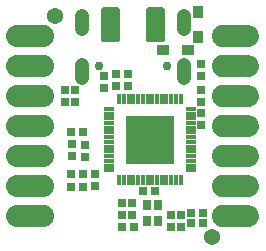
<source format=gbr>
G04 EAGLE Gerber RS-274X export*
G75*
%MOMM*%
%FSLAX34Y34*%
%LPD*%
%INSoldermask Bottom*%
%IPPOS*%
%AMOC8*
5,1,8,0,0,1.08239X$1,22.5*%
G01*
%ADD10R,0.701600X0.701600*%
%ADD11C,1.209600*%
%ADD12C,0.751600*%
%ADD13C,1.879600*%
%ADD14C,1.879600*%
%ADD15R,1.001600X0.901600*%
%ADD16C,1.371600*%
%ADD17R,0.801600X0.851600*%
%ADD18C,0.228606*%
%ADD19R,0.901600X1.001600*%
%ADD20R,0.911400X0.321600*%
%ADD21R,0.321600X0.911400*%
%ADD22R,4.101600X4.101600*%

G36*
X-33214Y166735D02*
X-33214Y166735D01*
X-33185Y166733D01*
X-32668Y166801D01*
X-32632Y166815D01*
X-32572Y166827D01*
X-32090Y167027D01*
X-32059Y167049D01*
X-32004Y167076D01*
X-31589Y167394D01*
X-31565Y167423D01*
X-31519Y167464D01*
X-31384Y167640D01*
X-31201Y167879D01*
X-31186Y167913D01*
X-31152Y167965D01*
X-30952Y168447D01*
X-30946Y168484D01*
X-30926Y168543D01*
X-30858Y169060D01*
X-30860Y169082D01*
X-30855Y169110D01*
X-30855Y194110D01*
X-30860Y194131D01*
X-30858Y194160D01*
X-30926Y194677D01*
X-30940Y194713D01*
X-30952Y194773D01*
X-31152Y195256D01*
X-31174Y195286D01*
X-31201Y195341D01*
X-31519Y195756D01*
X-31548Y195780D01*
X-31589Y195826D01*
X-32004Y196144D01*
X-32038Y196159D01*
X-32090Y196193D01*
X-32572Y196393D01*
X-32609Y196399D01*
X-32668Y196419D01*
X-33185Y196487D01*
X-33207Y196485D01*
X-33235Y196490D01*
X-44235Y196490D01*
X-44256Y196485D01*
X-44285Y196487D01*
X-44802Y196419D01*
X-44838Y196405D01*
X-44898Y196393D01*
X-45381Y196193D01*
X-45411Y196171D01*
X-45466Y196144D01*
X-45881Y195826D01*
X-45905Y195797D01*
X-45951Y195756D01*
X-46163Y195479D01*
X-46269Y195341D01*
X-46284Y195307D01*
X-46318Y195256D01*
X-46518Y194773D01*
X-46524Y194736D01*
X-46544Y194677D01*
X-46612Y194160D01*
X-46610Y194138D01*
X-46615Y194110D01*
X-46615Y169110D01*
X-46610Y169089D01*
X-46612Y169060D01*
X-46544Y168543D01*
X-46530Y168507D01*
X-46518Y168447D01*
X-46318Y167965D01*
X-46296Y167934D01*
X-46269Y167879D01*
X-45951Y167464D01*
X-45922Y167440D01*
X-45881Y167394D01*
X-45466Y167076D01*
X-45432Y167061D01*
X-45381Y167027D01*
X-44898Y166827D01*
X-44861Y166821D01*
X-44802Y166801D01*
X-44285Y166733D01*
X-44263Y166735D01*
X-44235Y166730D01*
X-33235Y166730D01*
X-33214Y166735D01*
G37*
G36*
X4886Y166735D02*
X4886Y166735D01*
X4915Y166733D01*
X5432Y166801D01*
X5468Y166815D01*
X5528Y166827D01*
X6011Y167027D01*
X6041Y167049D01*
X6096Y167076D01*
X6511Y167394D01*
X6535Y167423D01*
X6581Y167464D01*
X6716Y167640D01*
X6899Y167879D01*
X6914Y167913D01*
X6948Y167965D01*
X7148Y168447D01*
X7154Y168484D01*
X7174Y168543D01*
X7242Y169060D01*
X7240Y169082D01*
X7245Y169110D01*
X7245Y194110D01*
X7240Y194131D01*
X7242Y194160D01*
X7174Y194677D01*
X7160Y194713D01*
X7148Y194773D01*
X6948Y195256D01*
X6926Y195286D01*
X6899Y195341D01*
X6581Y195756D01*
X6552Y195780D01*
X6511Y195826D01*
X6096Y196144D01*
X6062Y196159D01*
X6011Y196193D01*
X5528Y196393D01*
X5491Y196399D01*
X5432Y196419D01*
X4915Y196487D01*
X4893Y196485D01*
X4865Y196490D01*
X-6135Y196490D01*
X-6156Y196485D01*
X-6185Y196487D01*
X-6702Y196419D01*
X-6738Y196405D01*
X-6798Y196393D01*
X-7281Y196193D01*
X-7311Y196171D01*
X-7366Y196144D01*
X-7781Y195826D01*
X-7805Y195797D01*
X-7851Y195756D01*
X-8063Y195479D01*
X-8169Y195341D01*
X-8184Y195307D01*
X-8218Y195256D01*
X-8418Y194773D01*
X-8424Y194736D01*
X-8444Y194677D01*
X-8512Y194160D01*
X-8510Y194138D01*
X-8515Y194110D01*
X-8515Y169110D01*
X-8510Y169089D01*
X-8512Y169060D01*
X-8444Y168543D01*
X-8430Y168507D01*
X-8418Y168447D01*
X-8218Y167965D01*
X-8196Y167934D01*
X-8169Y167879D01*
X-7851Y167464D01*
X-7822Y167440D01*
X-7781Y167394D01*
X-7366Y167076D01*
X-7332Y167061D01*
X-7281Y167027D01*
X-6798Y166827D01*
X-6761Y166821D01*
X-6702Y166801D01*
X-6185Y166733D01*
X-6163Y166735D01*
X-6135Y166730D01*
X4865Y166730D01*
X4886Y166735D01*
G37*
D10*
X-61595Y90932D03*
X-71755Y90932D03*
D11*
X23515Y178010D02*
X23515Y189090D01*
X-62885Y189090D02*
X-62885Y178010D01*
X-62885Y147290D02*
X-62885Y136210D01*
X23515Y136210D02*
X23515Y147290D01*
D12*
X-48585Y146750D03*
X9215Y146750D03*
D13*
X-95885Y172085D03*
X-95885Y146685D03*
X-95885Y121285D03*
X-95885Y95885D03*
X-95885Y70485D03*
X-95885Y45085D03*
X-95885Y19685D03*
D14*
X-99695Y172085D02*
X-117475Y172085D01*
X-117475Y146685D02*
X-99695Y146685D01*
X-99695Y121285D02*
X-117475Y121285D01*
X-117475Y95885D02*
X-99695Y95885D01*
X-99695Y70485D02*
X-117475Y70485D01*
X-117475Y45085D02*
X-99695Y45085D01*
X-99695Y19685D02*
X-117475Y19685D01*
D13*
X56515Y19685D03*
X56515Y45085D03*
X56515Y70485D03*
X56515Y95885D03*
X56515Y121285D03*
X56515Y146685D03*
X56515Y172085D03*
D14*
X60325Y19685D02*
X78105Y19685D01*
X78105Y45085D02*
X60325Y45085D01*
X60325Y70485D02*
X78105Y70485D01*
X78105Y95885D02*
X60325Y95885D01*
X60325Y121285D02*
X78105Y121285D01*
X78105Y146685D02*
X60325Y146685D01*
X60325Y172085D02*
X78105Y172085D01*
D15*
X27083Y160147D03*
X5683Y160147D03*
D16*
X46990Y1905D03*
D10*
X-60452Y80137D03*
X-60452Y69977D03*
X-71501Y70104D03*
X-71501Y80264D03*
X-34036Y129794D03*
X-34036Y139954D03*
X-61849Y55118D03*
X-72009Y55118D03*
X-61722Y44450D03*
X-71882Y44450D03*
X-51689Y44831D03*
X-51689Y54991D03*
X-24257Y129540D03*
X-24257Y139700D03*
X37973Y138430D03*
X37973Y148590D03*
X38227Y106680D03*
X38227Y96520D03*
X37973Y116205D03*
X37973Y126365D03*
X21082Y20320D03*
X21082Y10160D03*
X-20193Y30480D03*
X-20193Y20320D03*
X-29083Y30480D03*
X-29083Y20320D03*
D17*
X1825Y28721D03*
X1825Y15221D03*
X-8175Y15221D03*
X-8175Y28721D03*
D10*
X-18669Y10668D03*
X-28829Y10668D03*
X12192Y20066D03*
X12192Y9906D03*
X-1016Y40767D03*
X-11176Y40767D03*
X39370Y13335D03*
X29210Y13335D03*
X-68580Y126365D03*
X-68580Y116205D03*
X-77470Y116205D03*
X-77470Y126365D03*
X29210Y22225D03*
X39370Y22225D03*
D16*
X-85979Y189357D03*
D10*
X-43815Y127635D03*
X-43815Y137795D03*
D18*
X-2000Y171745D02*
X-2000Y175475D01*
X1730Y175475D01*
X1730Y171745D01*
X-2000Y171745D01*
X-2000Y173917D02*
X1730Y173917D01*
X-40100Y175475D02*
X-40100Y171745D01*
X-40100Y175475D02*
X-36370Y175475D01*
X-36370Y171745D01*
X-40100Y171745D01*
X-40100Y173917D02*
X-36370Y173917D01*
D19*
X35560Y192310D03*
X35560Y170910D03*
D20*
X-39785Y58328D03*
X-39785Y62328D03*
X-39785Y66328D03*
X-39785Y70328D03*
X-39785Y74328D03*
X-39785Y78328D03*
X-39785Y82328D03*
X-39785Y86328D03*
X-39785Y90328D03*
X-39785Y94328D03*
X-39785Y98328D03*
X-39785Y102328D03*
X-39785Y106328D03*
X-39785Y110328D03*
D21*
X-31334Y118779D03*
X-27334Y118779D03*
X-23334Y118779D03*
X-19334Y118779D03*
X-15334Y118779D03*
X-11334Y118779D03*
X-7334Y118779D03*
X-3334Y118779D03*
X666Y118779D03*
X4666Y118779D03*
X8666Y118779D03*
X12666Y118779D03*
X16666Y118779D03*
X20666Y118779D03*
D20*
X29117Y110328D03*
X29117Y106328D03*
X29117Y102328D03*
X29117Y98328D03*
X29117Y94328D03*
X29117Y90328D03*
X29117Y86328D03*
X29117Y82328D03*
X29117Y78328D03*
X29117Y74328D03*
X29117Y70328D03*
X29117Y66328D03*
X29117Y62328D03*
X29117Y58328D03*
D21*
X20666Y49877D03*
X16666Y49877D03*
X12666Y49877D03*
X8666Y49877D03*
X4666Y49877D03*
X666Y49877D03*
X-3334Y49877D03*
X-7334Y49877D03*
X-11334Y49877D03*
X-15334Y49877D03*
X-19334Y49877D03*
X-23334Y49877D03*
X-27334Y49877D03*
X-31334Y49877D03*
D22*
X-5334Y84328D03*
M02*

</source>
